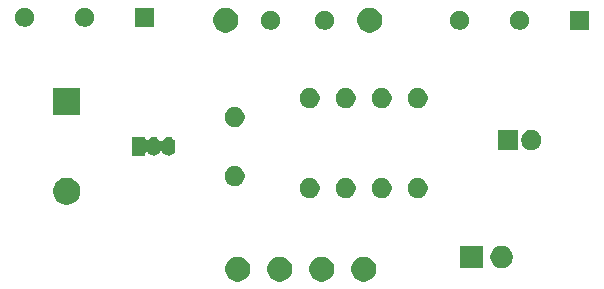
<source format=gbr>
G04 #@! TF.GenerationSoftware,KiCad,Pcbnew,(5.1.5-0-10_14)*
G04 #@! TF.CreationDate,2020-05-24T20:26:25-06:00*
G04 #@! TF.ProjectId,Testing,54657374-696e-4672-9e6b-696361645f70,rev?*
G04 #@! TF.SameCoordinates,Original*
G04 #@! TF.FileFunction,Soldermask,Top*
G04 #@! TF.FilePolarity,Negative*
%FSLAX46Y46*%
G04 Gerber Fmt 4.6, Leading zero omitted, Abs format (unit mm)*
G04 Created by KiCad (PCBNEW (5.1.5-0-10_14)) date 2020-05-24 20:26:25*
%MOMM*%
%LPD*%
G04 APERTURE LIST*
%ADD10C,0.100000*%
G04 APERTURE END LIST*
D10*
G36*
X183440564Y-116845389D02*
G01*
X183631833Y-116924615D01*
X183631835Y-116924616D01*
X183803973Y-117039635D01*
X183950365Y-117186027D01*
X184020150Y-117290467D01*
X184065385Y-117358167D01*
X184144611Y-117549436D01*
X184185000Y-117752484D01*
X184185000Y-117959516D01*
X184144611Y-118162564D01*
X184065385Y-118353833D01*
X184065384Y-118353835D01*
X183950365Y-118525973D01*
X183803973Y-118672365D01*
X183631835Y-118787384D01*
X183631834Y-118787385D01*
X183631833Y-118787385D01*
X183440564Y-118866611D01*
X183237516Y-118907000D01*
X183030484Y-118907000D01*
X182827436Y-118866611D01*
X182636167Y-118787385D01*
X182636166Y-118787385D01*
X182636165Y-118787384D01*
X182464027Y-118672365D01*
X182317635Y-118525973D01*
X182202616Y-118353835D01*
X182202615Y-118353833D01*
X182123389Y-118162564D01*
X182083000Y-117959516D01*
X182083000Y-117752484D01*
X182123389Y-117549436D01*
X182202615Y-117358167D01*
X182247851Y-117290467D01*
X182317635Y-117186027D01*
X182464027Y-117039635D01*
X182636165Y-116924616D01*
X182636167Y-116924615D01*
X182827436Y-116845389D01*
X183030484Y-116805000D01*
X183237516Y-116805000D01*
X183440564Y-116845389D01*
G37*
G36*
X179884564Y-116845389D02*
G01*
X180075833Y-116924615D01*
X180075835Y-116924616D01*
X180247973Y-117039635D01*
X180394365Y-117186027D01*
X180464150Y-117290467D01*
X180509385Y-117358167D01*
X180588611Y-117549436D01*
X180629000Y-117752484D01*
X180629000Y-117959516D01*
X180588611Y-118162564D01*
X180509385Y-118353833D01*
X180509384Y-118353835D01*
X180394365Y-118525973D01*
X180247973Y-118672365D01*
X180075835Y-118787384D01*
X180075834Y-118787385D01*
X180075833Y-118787385D01*
X179884564Y-118866611D01*
X179681516Y-118907000D01*
X179474484Y-118907000D01*
X179271436Y-118866611D01*
X179080167Y-118787385D01*
X179080166Y-118787385D01*
X179080165Y-118787384D01*
X178908027Y-118672365D01*
X178761635Y-118525973D01*
X178646616Y-118353835D01*
X178646615Y-118353833D01*
X178567389Y-118162564D01*
X178527000Y-117959516D01*
X178527000Y-117752484D01*
X178567389Y-117549436D01*
X178646615Y-117358167D01*
X178691851Y-117290467D01*
X178761635Y-117186027D01*
X178908027Y-117039635D01*
X179080165Y-116924616D01*
X179080167Y-116924615D01*
X179271436Y-116845389D01*
X179474484Y-116805000D01*
X179681516Y-116805000D01*
X179884564Y-116845389D01*
G37*
G36*
X176328564Y-116845389D02*
G01*
X176519833Y-116924615D01*
X176519835Y-116924616D01*
X176691973Y-117039635D01*
X176838365Y-117186027D01*
X176908150Y-117290467D01*
X176953385Y-117358167D01*
X177032611Y-117549436D01*
X177073000Y-117752484D01*
X177073000Y-117959516D01*
X177032611Y-118162564D01*
X176953385Y-118353833D01*
X176953384Y-118353835D01*
X176838365Y-118525973D01*
X176691973Y-118672365D01*
X176519835Y-118787384D01*
X176519834Y-118787385D01*
X176519833Y-118787385D01*
X176328564Y-118866611D01*
X176125516Y-118907000D01*
X175918484Y-118907000D01*
X175715436Y-118866611D01*
X175524167Y-118787385D01*
X175524166Y-118787385D01*
X175524165Y-118787384D01*
X175352027Y-118672365D01*
X175205635Y-118525973D01*
X175090616Y-118353835D01*
X175090615Y-118353833D01*
X175011389Y-118162564D01*
X174971000Y-117959516D01*
X174971000Y-117752484D01*
X175011389Y-117549436D01*
X175090615Y-117358167D01*
X175135851Y-117290467D01*
X175205635Y-117186027D01*
X175352027Y-117039635D01*
X175524165Y-116924616D01*
X175524167Y-116924615D01*
X175715436Y-116845389D01*
X175918484Y-116805000D01*
X176125516Y-116805000D01*
X176328564Y-116845389D01*
G37*
G36*
X172772564Y-116845389D02*
G01*
X172963833Y-116924615D01*
X172963835Y-116924616D01*
X173135973Y-117039635D01*
X173282365Y-117186027D01*
X173352150Y-117290467D01*
X173397385Y-117358167D01*
X173476611Y-117549436D01*
X173517000Y-117752484D01*
X173517000Y-117959516D01*
X173476611Y-118162564D01*
X173397385Y-118353833D01*
X173397384Y-118353835D01*
X173282365Y-118525973D01*
X173135973Y-118672365D01*
X172963835Y-118787384D01*
X172963834Y-118787385D01*
X172963833Y-118787385D01*
X172772564Y-118866611D01*
X172569516Y-118907000D01*
X172362484Y-118907000D01*
X172159436Y-118866611D01*
X171968167Y-118787385D01*
X171968166Y-118787385D01*
X171968165Y-118787384D01*
X171796027Y-118672365D01*
X171649635Y-118525973D01*
X171534616Y-118353835D01*
X171534615Y-118353833D01*
X171455389Y-118162564D01*
X171415000Y-117959516D01*
X171415000Y-117752484D01*
X171455389Y-117549436D01*
X171534615Y-117358167D01*
X171579851Y-117290467D01*
X171649635Y-117186027D01*
X171796027Y-117039635D01*
X171968165Y-116924616D01*
X171968167Y-116924615D01*
X172159436Y-116845389D01*
X172362484Y-116805000D01*
X172569516Y-116805000D01*
X172772564Y-116845389D01*
G37*
G36*
X195095395Y-115925546D02*
G01*
X195268466Y-115997234D01*
X195268467Y-115997235D01*
X195424227Y-116101310D01*
X195556690Y-116233773D01*
X195556691Y-116233775D01*
X195660766Y-116389534D01*
X195732454Y-116562605D01*
X195769000Y-116746333D01*
X195769000Y-116933667D01*
X195732454Y-117117395D01*
X195660766Y-117290466D01*
X195660765Y-117290467D01*
X195556690Y-117446227D01*
X195424227Y-117578690D01*
X195345818Y-117631081D01*
X195268466Y-117682766D01*
X195095395Y-117754454D01*
X194911667Y-117791000D01*
X194724333Y-117791000D01*
X194540605Y-117754454D01*
X194367534Y-117682766D01*
X194290182Y-117631081D01*
X194211773Y-117578690D01*
X194079310Y-117446227D01*
X193975235Y-117290467D01*
X193975234Y-117290466D01*
X193903546Y-117117395D01*
X193867000Y-116933667D01*
X193867000Y-116746333D01*
X193903546Y-116562605D01*
X193975234Y-116389534D01*
X194079309Y-116233775D01*
X194079310Y-116233773D01*
X194211773Y-116101310D01*
X194367533Y-115997235D01*
X194367534Y-115997234D01*
X194540605Y-115925546D01*
X194724333Y-115889000D01*
X194911667Y-115889000D01*
X195095395Y-115925546D01*
G37*
G36*
X193229000Y-117791000D02*
G01*
X191327000Y-117791000D01*
X191327000Y-115889000D01*
X193229000Y-115889000D01*
X193229000Y-117791000D01*
G37*
G36*
X158212549Y-110123116D02*
G01*
X158323734Y-110145232D01*
X158406954Y-110179703D01*
X158528933Y-110230228D01*
X158533203Y-110231997D01*
X158721720Y-110357960D01*
X158882040Y-110518280D01*
X159008003Y-110706797D01*
X159094768Y-110916266D01*
X159139000Y-111138636D01*
X159139000Y-111365364D01*
X159094768Y-111587734D01*
X159008003Y-111797203D01*
X158882040Y-111985720D01*
X158721720Y-112146040D01*
X158533203Y-112272003D01*
X158323734Y-112358768D01*
X158212549Y-112380884D01*
X158101365Y-112403000D01*
X157874635Y-112403000D01*
X157763451Y-112380884D01*
X157652266Y-112358768D01*
X157442797Y-112272003D01*
X157254280Y-112146040D01*
X157093960Y-111985720D01*
X156967997Y-111797203D01*
X156881232Y-111587734D01*
X156837000Y-111365364D01*
X156837000Y-111138636D01*
X156881232Y-110916266D01*
X156967997Y-110706797D01*
X157093960Y-110518280D01*
X157254280Y-110357960D01*
X157442797Y-110231997D01*
X157447068Y-110230228D01*
X157569046Y-110179703D01*
X157652266Y-110145232D01*
X157763451Y-110123116D01*
X157874635Y-110101000D01*
X158101365Y-110101000D01*
X158212549Y-110123116D01*
G37*
G36*
X184906228Y-110179703D02*
G01*
X185061100Y-110243853D01*
X185200481Y-110336985D01*
X185319015Y-110455519D01*
X185412147Y-110594900D01*
X185476297Y-110749772D01*
X185509000Y-110914184D01*
X185509000Y-111081816D01*
X185476297Y-111246228D01*
X185412147Y-111401100D01*
X185319015Y-111540481D01*
X185200481Y-111659015D01*
X185061100Y-111752147D01*
X184906228Y-111816297D01*
X184741816Y-111849000D01*
X184574184Y-111849000D01*
X184409772Y-111816297D01*
X184254900Y-111752147D01*
X184115519Y-111659015D01*
X183996985Y-111540481D01*
X183903853Y-111401100D01*
X183839703Y-111246228D01*
X183807000Y-111081816D01*
X183807000Y-110914184D01*
X183839703Y-110749772D01*
X183903853Y-110594900D01*
X183996985Y-110455519D01*
X184115519Y-110336985D01*
X184254900Y-110243853D01*
X184409772Y-110179703D01*
X184574184Y-110147000D01*
X184741816Y-110147000D01*
X184906228Y-110179703D01*
G37*
G36*
X178810228Y-110179703D02*
G01*
X178965100Y-110243853D01*
X179104481Y-110336985D01*
X179223015Y-110455519D01*
X179316147Y-110594900D01*
X179380297Y-110749772D01*
X179413000Y-110914184D01*
X179413000Y-111081816D01*
X179380297Y-111246228D01*
X179316147Y-111401100D01*
X179223015Y-111540481D01*
X179104481Y-111659015D01*
X178965100Y-111752147D01*
X178810228Y-111816297D01*
X178645816Y-111849000D01*
X178478184Y-111849000D01*
X178313772Y-111816297D01*
X178158900Y-111752147D01*
X178019519Y-111659015D01*
X177900985Y-111540481D01*
X177807853Y-111401100D01*
X177743703Y-111246228D01*
X177711000Y-111081816D01*
X177711000Y-110914184D01*
X177743703Y-110749772D01*
X177807853Y-110594900D01*
X177900985Y-110455519D01*
X178019519Y-110336985D01*
X178158900Y-110243853D01*
X178313772Y-110179703D01*
X178478184Y-110147000D01*
X178645816Y-110147000D01*
X178810228Y-110179703D01*
G37*
G36*
X181858228Y-110179703D02*
G01*
X182013100Y-110243853D01*
X182152481Y-110336985D01*
X182271015Y-110455519D01*
X182364147Y-110594900D01*
X182428297Y-110749772D01*
X182461000Y-110914184D01*
X182461000Y-111081816D01*
X182428297Y-111246228D01*
X182364147Y-111401100D01*
X182271015Y-111540481D01*
X182152481Y-111659015D01*
X182013100Y-111752147D01*
X181858228Y-111816297D01*
X181693816Y-111849000D01*
X181526184Y-111849000D01*
X181361772Y-111816297D01*
X181206900Y-111752147D01*
X181067519Y-111659015D01*
X180948985Y-111540481D01*
X180855853Y-111401100D01*
X180791703Y-111246228D01*
X180759000Y-111081816D01*
X180759000Y-110914184D01*
X180791703Y-110749772D01*
X180855853Y-110594900D01*
X180948985Y-110455519D01*
X181067519Y-110336985D01*
X181206900Y-110243853D01*
X181361772Y-110179703D01*
X181526184Y-110147000D01*
X181693816Y-110147000D01*
X181858228Y-110179703D01*
G37*
G36*
X187954228Y-110179703D02*
G01*
X188109100Y-110243853D01*
X188248481Y-110336985D01*
X188367015Y-110455519D01*
X188460147Y-110594900D01*
X188524297Y-110749772D01*
X188557000Y-110914184D01*
X188557000Y-111081816D01*
X188524297Y-111246228D01*
X188460147Y-111401100D01*
X188367015Y-111540481D01*
X188248481Y-111659015D01*
X188109100Y-111752147D01*
X187954228Y-111816297D01*
X187789816Y-111849000D01*
X187622184Y-111849000D01*
X187457772Y-111816297D01*
X187302900Y-111752147D01*
X187163519Y-111659015D01*
X187044985Y-111540481D01*
X186951853Y-111401100D01*
X186887703Y-111246228D01*
X186855000Y-111081816D01*
X186855000Y-110914184D01*
X186887703Y-110749772D01*
X186951853Y-110594900D01*
X187044985Y-110455519D01*
X187163519Y-110336985D01*
X187302900Y-110243853D01*
X187457772Y-110179703D01*
X187622184Y-110147000D01*
X187789816Y-110147000D01*
X187954228Y-110179703D01*
G37*
G36*
X172460228Y-109163703D02*
G01*
X172615100Y-109227853D01*
X172754481Y-109320985D01*
X172873015Y-109439519D01*
X172966147Y-109578900D01*
X173030297Y-109733772D01*
X173063000Y-109898184D01*
X173063000Y-110065816D01*
X173030297Y-110230228D01*
X172966147Y-110385100D01*
X172873015Y-110524481D01*
X172754481Y-110643015D01*
X172615100Y-110736147D01*
X172460228Y-110800297D01*
X172295816Y-110833000D01*
X172128184Y-110833000D01*
X171963772Y-110800297D01*
X171808900Y-110736147D01*
X171669519Y-110643015D01*
X171550985Y-110524481D01*
X171457853Y-110385100D01*
X171393703Y-110230228D01*
X171361000Y-110065816D01*
X171361000Y-109898184D01*
X171393703Y-109733772D01*
X171457853Y-109578900D01*
X171550985Y-109439519D01*
X171669519Y-109320985D01*
X171808900Y-109227853D01*
X171963772Y-109163703D01*
X172128184Y-109131000D01*
X172295816Y-109131000D01*
X172460228Y-109163703D01*
G37*
G36*
X166736915Y-106649334D02*
G01*
X166845491Y-106682271D01*
X166845494Y-106682272D01*
X166881600Y-106701571D01*
X166945556Y-106735756D01*
X167033264Y-106807736D01*
X167105244Y-106895443D01*
X167139429Y-106959399D01*
X167158728Y-106995505D01*
X167158729Y-106995508D01*
X167191666Y-107104084D01*
X167200000Y-107188702D01*
X167200000Y-107695297D01*
X167191666Y-107779916D01*
X167159252Y-107886767D01*
X167158728Y-107888495D01*
X167148761Y-107907141D01*
X167105244Y-107988557D01*
X167033264Y-108076264D01*
X166945557Y-108148244D01*
X166881601Y-108182429D01*
X166845495Y-108201728D01*
X166845492Y-108201729D01*
X166736916Y-108234666D01*
X166624000Y-108245787D01*
X166511085Y-108234666D01*
X166402509Y-108201729D01*
X166402506Y-108201728D01*
X166366400Y-108182429D01*
X166302444Y-108148244D01*
X166214737Y-108076264D01*
X166142757Y-107988557D01*
X166099239Y-107907141D01*
X166085625Y-107886766D01*
X166068298Y-107869439D01*
X166047924Y-107855826D01*
X166025285Y-107846448D01*
X166001252Y-107841668D01*
X165976748Y-107841668D01*
X165952715Y-107846448D01*
X165930076Y-107855826D01*
X165909701Y-107869440D01*
X165892374Y-107886767D01*
X165878761Y-107907141D01*
X165835244Y-107988557D01*
X165763264Y-108076264D01*
X165675557Y-108148244D01*
X165611601Y-108182429D01*
X165575495Y-108201728D01*
X165575492Y-108201729D01*
X165466916Y-108234666D01*
X165354000Y-108245787D01*
X165241085Y-108234666D01*
X165132509Y-108201729D01*
X165132506Y-108201728D01*
X165096400Y-108182429D01*
X165032444Y-108148244D01*
X164944737Y-108076264D01*
X164881622Y-107999359D01*
X164864297Y-107982034D01*
X164843923Y-107968420D01*
X164821284Y-107959043D01*
X164797250Y-107954263D01*
X164772746Y-107954263D01*
X164748713Y-107959044D01*
X164726074Y-107968421D01*
X164705700Y-107982035D01*
X164688373Y-107999362D01*
X164674759Y-108019736D01*
X164665382Y-108042375D01*
X164660000Y-108078660D01*
X164660000Y-108243000D01*
X163508000Y-108243000D01*
X163508000Y-106641000D01*
X164660000Y-106641000D01*
X164660000Y-106805341D01*
X164662402Y-106829727D01*
X164669515Y-106853176D01*
X164681066Y-106874787D01*
X164696611Y-106893729D01*
X164715553Y-106909274D01*
X164737164Y-106920825D01*
X164760613Y-106927938D01*
X164784999Y-106930340D01*
X164809385Y-106927938D01*
X164832834Y-106920825D01*
X164854445Y-106909274D01*
X164873387Y-106893729D01*
X164881608Y-106884657D01*
X164944736Y-106807736D01*
X165032443Y-106735756D01*
X165096399Y-106701571D01*
X165132505Y-106682272D01*
X165132508Y-106682271D01*
X165241084Y-106649334D01*
X165354000Y-106638213D01*
X165466915Y-106649334D01*
X165575491Y-106682271D01*
X165575494Y-106682272D01*
X165611600Y-106701571D01*
X165675556Y-106735756D01*
X165763264Y-106807736D01*
X165835244Y-106895443D01*
X165878761Y-106976859D01*
X165892375Y-106997234D01*
X165909702Y-107014561D01*
X165930076Y-107028174D01*
X165952715Y-107037552D01*
X165976748Y-107042332D01*
X166001252Y-107042332D01*
X166025285Y-107037552D01*
X166047924Y-107028174D01*
X166068299Y-107014560D01*
X166085626Y-106997233D01*
X166099239Y-106976860D01*
X166142756Y-106895444D01*
X166214736Y-106807736D01*
X166302443Y-106735756D01*
X166366399Y-106701571D01*
X166402505Y-106682272D01*
X166402508Y-106682271D01*
X166511084Y-106649334D01*
X166624000Y-106638213D01*
X166736915Y-106649334D01*
G37*
G36*
X197574228Y-106115703D02*
G01*
X197729100Y-106179853D01*
X197868481Y-106272985D01*
X197987015Y-106391519D01*
X198080147Y-106530900D01*
X198144297Y-106685772D01*
X198177000Y-106850184D01*
X198177000Y-107017816D01*
X198144297Y-107182228D01*
X198080147Y-107337100D01*
X197987015Y-107476481D01*
X197868481Y-107595015D01*
X197729100Y-107688147D01*
X197574228Y-107752297D01*
X197409816Y-107785000D01*
X197242184Y-107785000D01*
X197077772Y-107752297D01*
X196922900Y-107688147D01*
X196783519Y-107595015D01*
X196664985Y-107476481D01*
X196571853Y-107337100D01*
X196507703Y-107182228D01*
X196475000Y-107017816D01*
X196475000Y-106850184D01*
X196507703Y-106685772D01*
X196571853Y-106530900D01*
X196664985Y-106391519D01*
X196783519Y-106272985D01*
X196922900Y-106179853D01*
X197077772Y-106115703D01*
X197242184Y-106083000D01*
X197409816Y-106083000D01*
X197574228Y-106115703D01*
G37*
G36*
X196177000Y-107785000D02*
G01*
X194475000Y-107785000D01*
X194475000Y-106083000D01*
X196177000Y-106083000D01*
X196177000Y-107785000D01*
G37*
G36*
X172460228Y-104163703D02*
G01*
X172615100Y-104227853D01*
X172754481Y-104320985D01*
X172873015Y-104439519D01*
X172966147Y-104578900D01*
X173030297Y-104733772D01*
X173063000Y-104898184D01*
X173063000Y-105065816D01*
X173030297Y-105230228D01*
X172966147Y-105385100D01*
X172873015Y-105524481D01*
X172754481Y-105643015D01*
X172615100Y-105736147D01*
X172460228Y-105800297D01*
X172295816Y-105833000D01*
X172128184Y-105833000D01*
X171963772Y-105800297D01*
X171808900Y-105736147D01*
X171669519Y-105643015D01*
X171550985Y-105524481D01*
X171457853Y-105385100D01*
X171393703Y-105230228D01*
X171361000Y-105065816D01*
X171361000Y-104898184D01*
X171393703Y-104733772D01*
X171457853Y-104578900D01*
X171550985Y-104439519D01*
X171669519Y-104320985D01*
X171808900Y-104227853D01*
X171963772Y-104163703D01*
X172128184Y-104131000D01*
X172295816Y-104131000D01*
X172460228Y-104163703D01*
G37*
G36*
X159139000Y-104783000D02*
G01*
X156837000Y-104783000D01*
X156837000Y-102481000D01*
X159139000Y-102481000D01*
X159139000Y-104783000D01*
G37*
G36*
X184906228Y-102559703D02*
G01*
X185061100Y-102623853D01*
X185200481Y-102716985D01*
X185319015Y-102835519D01*
X185412147Y-102974900D01*
X185476297Y-103129772D01*
X185509000Y-103294184D01*
X185509000Y-103461816D01*
X185476297Y-103626228D01*
X185412147Y-103781100D01*
X185319015Y-103920481D01*
X185200481Y-104039015D01*
X185061100Y-104132147D01*
X184906228Y-104196297D01*
X184741816Y-104229000D01*
X184574184Y-104229000D01*
X184409772Y-104196297D01*
X184254900Y-104132147D01*
X184115519Y-104039015D01*
X183996985Y-103920481D01*
X183903853Y-103781100D01*
X183839703Y-103626228D01*
X183807000Y-103461816D01*
X183807000Y-103294184D01*
X183839703Y-103129772D01*
X183903853Y-102974900D01*
X183996985Y-102835519D01*
X184115519Y-102716985D01*
X184254900Y-102623853D01*
X184409772Y-102559703D01*
X184574184Y-102527000D01*
X184741816Y-102527000D01*
X184906228Y-102559703D01*
G37*
G36*
X187954228Y-102559703D02*
G01*
X188109100Y-102623853D01*
X188248481Y-102716985D01*
X188367015Y-102835519D01*
X188460147Y-102974900D01*
X188524297Y-103129772D01*
X188557000Y-103294184D01*
X188557000Y-103461816D01*
X188524297Y-103626228D01*
X188460147Y-103781100D01*
X188367015Y-103920481D01*
X188248481Y-104039015D01*
X188109100Y-104132147D01*
X187954228Y-104196297D01*
X187789816Y-104229000D01*
X187622184Y-104229000D01*
X187457772Y-104196297D01*
X187302900Y-104132147D01*
X187163519Y-104039015D01*
X187044985Y-103920481D01*
X186951853Y-103781100D01*
X186887703Y-103626228D01*
X186855000Y-103461816D01*
X186855000Y-103294184D01*
X186887703Y-103129772D01*
X186951853Y-102974900D01*
X187044985Y-102835519D01*
X187163519Y-102716985D01*
X187302900Y-102623853D01*
X187457772Y-102559703D01*
X187622184Y-102527000D01*
X187789816Y-102527000D01*
X187954228Y-102559703D01*
G37*
G36*
X181858228Y-102559703D02*
G01*
X182013100Y-102623853D01*
X182152481Y-102716985D01*
X182271015Y-102835519D01*
X182364147Y-102974900D01*
X182428297Y-103129772D01*
X182461000Y-103294184D01*
X182461000Y-103461816D01*
X182428297Y-103626228D01*
X182364147Y-103781100D01*
X182271015Y-103920481D01*
X182152481Y-104039015D01*
X182013100Y-104132147D01*
X181858228Y-104196297D01*
X181693816Y-104229000D01*
X181526184Y-104229000D01*
X181361772Y-104196297D01*
X181206900Y-104132147D01*
X181067519Y-104039015D01*
X180948985Y-103920481D01*
X180855853Y-103781100D01*
X180791703Y-103626228D01*
X180759000Y-103461816D01*
X180759000Y-103294184D01*
X180791703Y-103129772D01*
X180855853Y-102974900D01*
X180948985Y-102835519D01*
X181067519Y-102716985D01*
X181206900Y-102623853D01*
X181361772Y-102559703D01*
X181526184Y-102527000D01*
X181693816Y-102527000D01*
X181858228Y-102559703D01*
G37*
G36*
X178810228Y-102559703D02*
G01*
X178965100Y-102623853D01*
X179104481Y-102716985D01*
X179223015Y-102835519D01*
X179316147Y-102974900D01*
X179380297Y-103129772D01*
X179413000Y-103294184D01*
X179413000Y-103461816D01*
X179380297Y-103626228D01*
X179316147Y-103781100D01*
X179223015Y-103920481D01*
X179104481Y-104039015D01*
X178965100Y-104132147D01*
X178810228Y-104196297D01*
X178645816Y-104229000D01*
X178478184Y-104229000D01*
X178313772Y-104196297D01*
X178158900Y-104132147D01*
X178019519Y-104039015D01*
X177900985Y-103920481D01*
X177807853Y-103781100D01*
X177743703Y-103626228D01*
X177711000Y-103461816D01*
X177711000Y-103294184D01*
X177743703Y-103129772D01*
X177807853Y-102974900D01*
X177900985Y-102835519D01*
X178019519Y-102716985D01*
X178158900Y-102623853D01*
X178313772Y-102559703D01*
X178478184Y-102527000D01*
X178645816Y-102527000D01*
X178810228Y-102559703D01*
G37*
G36*
X183948564Y-95763389D02*
G01*
X184139833Y-95842615D01*
X184139835Y-95842616D01*
X184311973Y-95957635D01*
X184458365Y-96104027D01*
X184559740Y-96255745D01*
X184573385Y-96276167D01*
X184652611Y-96467436D01*
X184693000Y-96670484D01*
X184693000Y-96877516D01*
X184652611Y-97080564D01*
X184573385Y-97271833D01*
X184573384Y-97271835D01*
X184458365Y-97443973D01*
X184311973Y-97590365D01*
X184139835Y-97705384D01*
X184139834Y-97705385D01*
X184139833Y-97705385D01*
X183948564Y-97784611D01*
X183745516Y-97825000D01*
X183538484Y-97825000D01*
X183335436Y-97784611D01*
X183144167Y-97705385D01*
X183144166Y-97705385D01*
X183144165Y-97705384D01*
X182972027Y-97590365D01*
X182825635Y-97443973D01*
X182710616Y-97271835D01*
X182710615Y-97271833D01*
X182631389Y-97080564D01*
X182591000Y-96877516D01*
X182591000Y-96670484D01*
X182631389Y-96467436D01*
X182710615Y-96276167D01*
X182724261Y-96255745D01*
X182825635Y-96104027D01*
X182972027Y-95957635D01*
X183144165Y-95842616D01*
X183144167Y-95842615D01*
X183335436Y-95763389D01*
X183538484Y-95723000D01*
X183745516Y-95723000D01*
X183948564Y-95763389D01*
G37*
G36*
X171756564Y-95763389D02*
G01*
X171947833Y-95842615D01*
X171947835Y-95842616D01*
X172119973Y-95957635D01*
X172266365Y-96104027D01*
X172367740Y-96255745D01*
X172381385Y-96276167D01*
X172460611Y-96467436D01*
X172501000Y-96670484D01*
X172501000Y-96877516D01*
X172460611Y-97080564D01*
X172381385Y-97271833D01*
X172381384Y-97271835D01*
X172266365Y-97443973D01*
X172119973Y-97590365D01*
X171947835Y-97705384D01*
X171947834Y-97705385D01*
X171947833Y-97705385D01*
X171756564Y-97784611D01*
X171553516Y-97825000D01*
X171346484Y-97825000D01*
X171143436Y-97784611D01*
X170952167Y-97705385D01*
X170952166Y-97705385D01*
X170952165Y-97705384D01*
X170780027Y-97590365D01*
X170633635Y-97443973D01*
X170518616Y-97271835D01*
X170518615Y-97271833D01*
X170439389Y-97080564D01*
X170399000Y-96877516D01*
X170399000Y-96670484D01*
X170439389Y-96467436D01*
X170518615Y-96276167D01*
X170532261Y-96255745D01*
X170633635Y-96104027D01*
X170780027Y-95957635D01*
X170952165Y-95842616D01*
X170952167Y-95842615D01*
X171143436Y-95763389D01*
X171346484Y-95723000D01*
X171553516Y-95723000D01*
X171756564Y-95763389D01*
G37*
G36*
X180069142Y-95992242D02*
G01*
X180217101Y-96053529D01*
X180350255Y-96142499D01*
X180463501Y-96255745D01*
X180552471Y-96388899D01*
X180613758Y-96536858D01*
X180645000Y-96693925D01*
X180645000Y-96854075D01*
X180613758Y-97011142D01*
X180552471Y-97159101D01*
X180463501Y-97292255D01*
X180350255Y-97405501D01*
X180217101Y-97494471D01*
X180069142Y-97555758D01*
X179912075Y-97587000D01*
X179751925Y-97587000D01*
X179594858Y-97555758D01*
X179446899Y-97494471D01*
X179313745Y-97405501D01*
X179200499Y-97292255D01*
X179111529Y-97159101D01*
X179050242Y-97011142D01*
X179019000Y-96854075D01*
X179019000Y-96693925D01*
X179050242Y-96536858D01*
X179111529Y-96388899D01*
X179200499Y-96255745D01*
X179313745Y-96142499D01*
X179446899Y-96053529D01*
X179594858Y-95992242D01*
X179751925Y-95961000D01*
X179912075Y-95961000D01*
X180069142Y-95992242D01*
G37*
G36*
X175497142Y-95992242D02*
G01*
X175645101Y-96053529D01*
X175778255Y-96142499D01*
X175891501Y-96255745D01*
X175980471Y-96388899D01*
X176041758Y-96536858D01*
X176073000Y-96693925D01*
X176073000Y-96854075D01*
X176041758Y-97011142D01*
X175980471Y-97159101D01*
X175891501Y-97292255D01*
X175778255Y-97405501D01*
X175645101Y-97494471D01*
X175497142Y-97555758D01*
X175340075Y-97587000D01*
X175179925Y-97587000D01*
X175022858Y-97555758D01*
X174874899Y-97494471D01*
X174741745Y-97405501D01*
X174628499Y-97292255D01*
X174539529Y-97159101D01*
X174478242Y-97011142D01*
X174447000Y-96854075D01*
X174447000Y-96693925D01*
X174478242Y-96536858D01*
X174539529Y-96388899D01*
X174628499Y-96255745D01*
X174741745Y-96142499D01*
X174874899Y-96053529D01*
X175022858Y-95992242D01*
X175179925Y-95961000D01*
X175340075Y-95961000D01*
X175497142Y-95992242D01*
G37*
G36*
X202235000Y-97587000D02*
G01*
X200609000Y-97587000D01*
X200609000Y-95961000D01*
X202235000Y-95961000D01*
X202235000Y-97587000D01*
G37*
G36*
X196579142Y-95992242D02*
G01*
X196727101Y-96053529D01*
X196860255Y-96142499D01*
X196973501Y-96255745D01*
X197062471Y-96388899D01*
X197123758Y-96536858D01*
X197155000Y-96693925D01*
X197155000Y-96854075D01*
X197123758Y-97011142D01*
X197062471Y-97159101D01*
X196973501Y-97292255D01*
X196860255Y-97405501D01*
X196727101Y-97494471D01*
X196579142Y-97555758D01*
X196422075Y-97587000D01*
X196261925Y-97587000D01*
X196104858Y-97555758D01*
X195956899Y-97494471D01*
X195823745Y-97405501D01*
X195710499Y-97292255D01*
X195621529Y-97159101D01*
X195560242Y-97011142D01*
X195529000Y-96854075D01*
X195529000Y-96693925D01*
X195560242Y-96536858D01*
X195621529Y-96388899D01*
X195710499Y-96255745D01*
X195823745Y-96142499D01*
X195956899Y-96053529D01*
X196104858Y-95992242D01*
X196261925Y-95961000D01*
X196422075Y-95961000D01*
X196579142Y-95992242D01*
G37*
G36*
X191499142Y-95992242D02*
G01*
X191647101Y-96053529D01*
X191780255Y-96142499D01*
X191893501Y-96255745D01*
X191982471Y-96388899D01*
X192043758Y-96536858D01*
X192075000Y-96693925D01*
X192075000Y-96854075D01*
X192043758Y-97011142D01*
X191982471Y-97159101D01*
X191893501Y-97292255D01*
X191780255Y-97405501D01*
X191647101Y-97494471D01*
X191499142Y-97555758D01*
X191342075Y-97587000D01*
X191181925Y-97587000D01*
X191024858Y-97555758D01*
X190876899Y-97494471D01*
X190743745Y-97405501D01*
X190630499Y-97292255D01*
X190541529Y-97159101D01*
X190480242Y-97011142D01*
X190449000Y-96854075D01*
X190449000Y-96693925D01*
X190480242Y-96536858D01*
X190541529Y-96388899D01*
X190630499Y-96255745D01*
X190743745Y-96142499D01*
X190876899Y-96053529D01*
X191024858Y-95992242D01*
X191181925Y-95961000D01*
X191342075Y-95961000D01*
X191499142Y-95992242D01*
G37*
G36*
X159749142Y-95738242D02*
G01*
X159897101Y-95799529D01*
X160030255Y-95888499D01*
X160143501Y-96001745D01*
X160232471Y-96134899D01*
X160293758Y-96282858D01*
X160325000Y-96439925D01*
X160325000Y-96600075D01*
X160293758Y-96757142D01*
X160232471Y-96905101D01*
X160143501Y-97038255D01*
X160030255Y-97151501D01*
X159897101Y-97240471D01*
X159749142Y-97301758D01*
X159592075Y-97333000D01*
X159431925Y-97333000D01*
X159274858Y-97301758D01*
X159126899Y-97240471D01*
X158993745Y-97151501D01*
X158880499Y-97038255D01*
X158791529Y-96905101D01*
X158730242Y-96757142D01*
X158699000Y-96600075D01*
X158699000Y-96439925D01*
X158730242Y-96282858D01*
X158791529Y-96134899D01*
X158880499Y-96001745D01*
X158993745Y-95888499D01*
X159126899Y-95799529D01*
X159274858Y-95738242D01*
X159431925Y-95707000D01*
X159592075Y-95707000D01*
X159749142Y-95738242D01*
G37*
G36*
X154669142Y-95738242D02*
G01*
X154817101Y-95799529D01*
X154950255Y-95888499D01*
X155063501Y-96001745D01*
X155152471Y-96134899D01*
X155213758Y-96282858D01*
X155245000Y-96439925D01*
X155245000Y-96600075D01*
X155213758Y-96757142D01*
X155152471Y-96905101D01*
X155063501Y-97038255D01*
X154950255Y-97151501D01*
X154817101Y-97240471D01*
X154669142Y-97301758D01*
X154512075Y-97333000D01*
X154351925Y-97333000D01*
X154194858Y-97301758D01*
X154046899Y-97240471D01*
X153913745Y-97151501D01*
X153800499Y-97038255D01*
X153711529Y-96905101D01*
X153650242Y-96757142D01*
X153619000Y-96600075D01*
X153619000Y-96439925D01*
X153650242Y-96282858D01*
X153711529Y-96134899D01*
X153800499Y-96001745D01*
X153913745Y-95888499D01*
X154046899Y-95799529D01*
X154194858Y-95738242D01*
X154351925Y-95707000D01*
X154512075Y-95707000D01*
X154669142Y-95738242D01*
G37*
G36*
X165405000Y-97333000D02*
G01*
X163779000Y-97333000D01*
X163779000Y-95707000D01*
X165405000Y-95707000D01*
X165405000Y-97333000D01*
G37*
M02*

</source>
